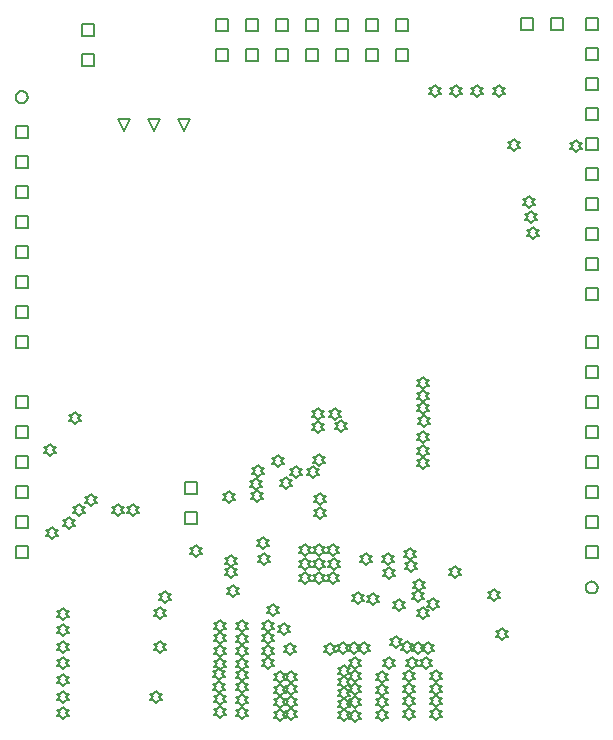
<source format=gbr>
%FSLAX44Y44*%
%MOMM*%
%SFA1B1*%

%IPPOS*%
%ADD132C,0.127000*%
%ADD133C,0.169300*%
G54D132*
X492519Y137919D02*
Y148079D01*
X502679*
Y137919*
X492519*
Y163319D02*
Y173479D01*
X502679*
Y163319*
X492519*
Y188719D02*
Y198879D01*
X502679*
Y188719*
X492519*
Y214119D02*
Y224279D01*
X502679*
Y214119*
X492519*
Y239519D02*
Y249679D01*
X502679*
Y239519*
X492519*
Y264919D02*
Y275079D01*
X502679*
Y264919*
X492519*
Y290319D02*
Y300479D01*
X502679*
Y290319*
X492519*
Y315719D02*
Y325879D01*
X502679*
Y315719*
X492519*
X437519Y584919D02*
Y595079D01*
X447679*
Y584919*
X437519*
X462919D02*
Y595079D01*
X473079*
Y584919*
X462919*
X492519Y407119D02*
Y417279D01*
X502679*
Y407119*
X492519*
Y584919D02*
Y595079D01*
X502679*
Y584919*
X492519*
Y559519D02*
Y569679D01*
X502679*
Y559519*
X492519*
Y534119D02*
Y544279D01*
X502679*
Y534119*
X492519*
Y508719D02*
Y518879D01*
X502679*
Y508719*
X492519*
Y483319D02*
Y493479D01*
X502679*
Y483319*
X492519*
Y457919D02*
Y468079D01*
X502679*
Y457919*
X492519*
Y432519D02*
Y442679D01*
X502679*
Y432519*
X492519*
Y381719D02*
Y391879D01*
X502679*
Y381719*
X492519*
Y356319D02*
Y366479D01*
X502679*
Y356319*
X492519*
X153419Y192419D02*
Y202579D01*
X163579*
Y192419*
X153419*
Y167019D02*
Y177179D01*
X163579*
Y167019*
X153419*
X65919Y554769D02*
Y564929D01*
X76079*
Y554769*
X65919*
Y580169D02*
Y590329D01*
X76079*
Y580169*
X65919*
X9919Y264919D02*
Y275079D01*
X20079*
Y264919*
X9919*
Y239519D02*
Y249679D01*
X20079*
Y239519*
X9919*
Y214119D02*
Y224279D01*
X20079*
Y214119*
X9919*
Y188719D02*
Y198879D01*
X20079*
Y188719*
X9919*
Y163319D02*
Y173479D01*
X20079*
Y163319*
X9919*
Y137919D02*
Y148079D01*
X20079*
Y137919*
X9919*
Y493519D02*
Y503679D01*
X20079*
Y493519*
X9919*
Y468119D02*
Y478279D01*
X20079*
Y468119*
X9919*
Y442719D02*
Y452879D01*
X20079*
Y442719*
X9919*
Y417319D02*
Y427479D01*
X20079*
Y417319*
X9919*
Y391919D02*
Y402079D01*
X20079*
Y391919*
X9919*
Y366519D02*
Y376679D01*
X20079*
Y366519*
X9919*
Y341119D02*
Y351279D01*
X20079*
Y341119*
X9919*
Y315719D02*
Y325879D01*
X20079*
Y315719*
X9919*
X179919Y558919D02*
Y569079D01*
X190079*
Y558919*
X179919*
Y584319D02*
Y594479D01*
X190079*
Y584319*
X179919*
X205319Y558919D02*
Y569079D01*
X215479*
Y558919*
X205319*
Y584319D02*
Y594479D01*
X215479*
Y584319*
X205319*
X230719Y558919D02*
Y569079D01*
X240879*
Y558919*
X230719*
Y584319D02*
Y594479D01*
X240879*
Y584319*
X230719*
X256119Y558919D02*
Y569079D01*
X266279*
Y558919*
X256119*
Y584319D02*
Y594479D01*
X266279*
Y584319*
X256119*
X281519Y558919D02*
Y569079D01*
X291679*
Y558919*
X281519*
Y584319D02*
Y594479D01*
X291679*
Y584319*
X281519*
X306919Y558919D02*
Y569079D01*
X317079*
Y558919*
X306919*
Y584319D02*
Y594479D01*
X317079*
Y584319*
X306919*
X332319Y558919D02*
Y569079D01*
X342479*
Y558919*
X332319*
Y584319D02*
Y594479D01*
X342479*
Y584319*
X332319*
X101499Y499419D02*
X96419Y509579D01*
X106579*
X101499Y499419*
X126899D02*
X121819Y509579D01*
X131979*
X126899Y499419*
X152299D02*
X147219Y509579D01*
X157379*
X152299Y499419*
X59999Y251419D02*
X62539Y253959D01*
X65079*
X62539Y256499*
X65079Y259039*
X62539*
X59999Y261579*
X57459Y259039*
X54919*
X57459Y256499*
X54919Y253959*
X57459*
X59999Y251419*
X38999Y224919D02*
X41539Y227459D01*
X44079*
X41539Y229999*
X44079Y232539*
X41539*
X38999Y235079*
X36459Y232539*
X33919*
X36459Y229999*
X33919Y227459*
X36459*
X38999Y224919*
X354999Y213919D02*
X357539Y216459D01*
X360079*
X357539Y218999*
X360079Y221539*
X357539*
X354999Y224079*
X352459Y221539*
X349919*
X352459Y218999*
X349919Y216459*
X352459*
X354999Y213919*
Y223919D02*
X357539Y226459D01*
X360079*
X357539Y228999*
X360079Y231539*
X357539*
X354999Y234079*
X352459Y231539*
X349919*
X352459Y228999*
X349919Y226459*
X352459*
X354999Y223919*
X355999Y248920D02*
X358539Y251460D01*
X361079*
X358539Y254000*
X361079Y256540*
X358539*
X355999Y259080*
X353459Y256540*
X350919*
X353459Y254000*
X350919Y251460*
X353459*
X355999Y248920*
X354999Y235919D02*
X357539Y238459D01*
X360079*
X357539Y240999*
X360079Y243539*
X357539*
X354999Y246079*
X352459Y243539*
X349919*
X352459Y240999*
X349919Y238459*
X352459*
X354999Y235919*
X364749Y528919D02*
X367289Y531459D01*
X369829*
X367289Y533999*
X369829Y536539*
X367289*
X364749Y539079*
X362209Y536539*
X359669*
X362209Y533999*
X359669Y531459*
X362209*
X364749Y528919*
X354999Y259919D02*
X357539Y262459D01*
X360079*
X357539Y264999*
X360079Y267539*
X357539*
X354999Y270079*
X352459Y267539*
X349919*
X352459Y264999*
X349919Y262459*
X352459*
X354999Y259919*
Y269919D02*
X357539Y272459D01*
X360079*
X357539Y274999*
X360079Y277539*
X357539*
X354999Y280079*
X352459Y277539*
X349919*
X352459Y274999*
X349919Y272459*
X352459*
X354999Y269919*
Y280919D02*
X357539Y283459D01*
X360079*
X357539Y285999*
X360079Y288539*
X357539*
X354999Y291079*
X352459Y288539*
X349919*
X352459Y285999*
X349919Y283459*
X352459*
X354999Y280919*
X418999Y528919D02*
X421539Y531459D01*
X424079*
X421539Y533999*
X424079Y536539*
X421539*
X418999Y539079*
X416459Y536539*
X413919*
X416459Y533999*
X413919Y531459*
X416459*
X418999Y528919*
X400916D02*
X403456Y531459D01*
X405996*
X403456Y533999*
X405996Y536539*
X403456*
X400916Y539079*
X398376Y536539*
X395836*
X398376Y533999*
X395836Y531459*
X398376*
X400916Y528919*
X382832D02*
X385372Y531459D01*
X387912*
X385372Y533999*
X387912Y536539*
X385372*
X382832Y539079*
X380292Y536539*
X377752*
X380292Y533999*
X377752Y531459*
X380292*
X382832Y528919*
X265999Y254919D02*
X268539Y257459D01*
X271079*
X268539Y259999*
X271079Y262539*
X268539*
X265999Y265079*
X263459Y262539*
X260919*
X263459Y259999*
X260919Y257459*
X263459*
X265999Y254919*
Y243919D02*
X268539Y246459D01*
X271079*
X268539Y248999*
X271079Y251539*
X268539*
X265999Y254079*
X263459Y251539*
X260919*
X263459Y248999*
X260919Y246459*
X263459*
X265999Y243919*
X108999Y173919D02*
X111539Y176459D01*
X114079*
X111539Y178999*
X114079Y181539*
X111539*
X108999Y184079*
X106459Y181539*
X103919*
X106459Y178999*
X103919Y176459*
X106459*
X108999Y173919*
X445999Y421919D02*
X448539Y424459D01*
X451079*
X448539Y426999*
X451079Y429539*
X448539*
X445999Y432079*
X443459Y429539*
X440919*
X443459Y426999*
X440919Y424459*
X443459*
X445999Y421919*
X447999Y407919D02*
X450539Y410459D01*
X453079*
X450539Y412999*
X453079Y415539*
X450539*
X447999Y418079*
X445459Y415539*
X442919*
X445459Y412999*
X442919Y410459*
X445459*
X447999Y407919*
X284999Y244919D02*
X287539Y247459D01*
X290079*
X287539Y249999*
X290079Y252539*
X287539*
X284999Y255079*
X282459Y252539*
X279919*
X282459Y249999*
X279919Y247459*
X282459*
X284999Y244919*
X279999Y254919D02*
X282539Y257459D01*
X285079*
X282539Y259999*
X285079Y262539*
X282539*
X279999Y265079*
X277459Y262539*
X274919*
X277459Y259999*
X274919Y257459*
X277459*
X279999Y254919*
X73999Y181919D02*
X76539Y184459D01*
X79079*
X76539Y186999*
X79079Y189539*
X76539*
X73999Y192079*
X71459Y189539*
X68919*
X71459Y186999*
X68919Y184459*
X71459*
X73999Y181919*
X63999Y173919D02*
X66539Y176459D01*
X69079*
X66539Y178999*
X69079Y181539*
X66539*
X63999Y184079*
X61459Y181539*
X58919*
X61459Y178999*
X58919Y176459*
X61459*
X63999Y173919*
X54999Y162919D02*
X57539Y165459D01*
X60079*
X57539Y167999*
X60079Y170539*
X57539*
X54999Y173079*
X52459Y170539*
X49919*
X52459Y167999*
X49919Y165459*
X52459*
X54999Y162919*
X49999Y85919D02*
X52539Y88459D01*
X55079*
X52539Y90999*
X55079Y93539*
X52539*
X49999Y96079*
X47459Y93539*
X44919*
X47459Y90999*
X44919Y88459*
X47459*
X49999Y85919*
Y71919D02*
X52539Y74459D01*
X55079*
X52539Y76999*
X55079Y79539*
X52539*
X49999Y82079*
X47459Y79539*
X44919*
X47459Y76999*
X44919Y74459*
X47459*
X49999Y71919*
X444999Y434919D02*
X447539Y437459D01*
X450079*
X447539Y439999*
X450079Y442539*
X447539*
X444999Y445079*
X442459Y442539*
X439919*
X442459Y439999*
X439919Y437459*
X442459*
X444999Y434919*
X49999Y58169D02*
X52539Y60709D01*
X55079*
X52539Y63249*
X55079Y65789*
X52539*
X49999Y68329*
X47459Y65789*
X44919*
X47459Y63249*
X44919Y60709*
X47459*
X49999Y58169*
X266999Y215919D02*
X269539Y218459D01*
X272079*
X269539Y220999*
X272079Y223539*
X269539*
X266999Y226079*
X264459Y223539*
X261919*
X264459Y220999*
X261919Y218459*
X264459*
X266999Y215919*
X96999Y173919D02*
X99539Y176459D01*
X102079*
X99539Y178999*
X102079Y181539*
X99539*
X96999Y184079*
X94459Y181539*
X91919*
X94459Y178999*
X91919Y176459*
X94459*
X96999Y173919*
X49999Y29919D02*
X52539Y32459D01*
X55079*
X52539Y34999*
X55079Y37539*
X52539*
X49999Y40079*
X47459Y37539*
X44919*
X47459Y34999*
X44919Y32459*
X47459*
X49999Y29919*
X483999Y481919D02*
X486539Y484459D01*
X489079*
X486539Y486999*
X489079Y489539*
X486539*
X483999Y492079*
X481459Y489539*
X478919*
X481459Y486999*
X478919Y484459*
X481459*
X483999Y481919*
X431999Y482919D02*
X434539Y485459D01*
X437079*
X434539Y487999*
X437079Y490539*
X434539*
X431999Y493079*
X429459Y490539*
X426919*
X429459Y487999*
X426919Y485459*
X429459*
X431999Y482919*
X299999Y98919D02*
X302539Y101459D01*
X305079*
X302539Y103999*
X305079Y106539*
X302539*
X299999Y109079*
X297459Y106539*
X294919*
X297459Y103999*
X294919Y101459*
X297459*
X299999Y98919*
X325124Y131919D02*
X327664Y134459D01*
X330204*
X327664Y136999*
X330204Y139539*
X327664*
X325124Y142079*
X322584Y139539*
X320044*
X322584Y136999*
X320044Y134459*
X322584*
X325124Y131919*
X261999Y205669D02*
X264539Y208209D01*
X267079*
X264539Y210749*
X267079Y213289*
X264539*
X261999Y215829*
X259459Y213289*
X256919*
X259459Y210749*
X256919Y208209*
X259459*
X261999Y205669*
X326249Y44419D02*
X328789Y46959D01*
X331329*
X328789Y49499*
X331329Y52039*
X328789*
X326249Y54579*
X323709Y52039*
X321169*
X323709Y49499*
X321169Y46959*
X323709*
X326249Y44419*
X341329Y57419D02*
X343869Y59959D01*
X346409*
X343869Y62499*
X346409Y65039*
X343869*
X341329Y67579*
X338789Y65039*
X336249*
X338789Y62499*
X336249Y59959*
X338789*
X341329Y57419*
X267249Y170919D02*
X269789Y173459D01*
X272329*
X269789Y175999*
X272329Y178539*
X269789*
X267249Y181079*
X264709Y178539*
X262169*
X264709Y175999*
X262169Y173459*
X264709*
X267249Y170919*
X231749Y215669D02*
X234289Y218209D01*
X236829*
X234289Y220749*
X236829Y223289*
X234289*
X231749Y225829*
X229209Y223289*
X226669*
X229209Y220749*
X226669Y218209*
X229209*
X231749Y215669*
X325749Y120419D02*
X328289Y122959D01*
X330829*
X328289Y125499*
X330829Y128039*
X328289*
X325749Y130579*
X323209Y128039*
X320669*
X323209Y125499*
X320669Y122959*
X323209*
X325749Y120419*
X344499Y126669D02*
X347039Y129209D01*
X349579*
X347039Y131749*
X349579Y134289*
X347039*
X344499Y136829*
X341959Y134289*
X339419*
X341959Y131749*
X339419Y129209*
X341959*
X344499Y126669*
X381749Y121419D02*
X384289Y123959D01*
X386829*
X384289Y126499*
X386829Y129039*
X384289*
X381749Y131579*
X379209Y129039*
X376669*
X379209Y126499*
X376669Y123959*
X379209*
X381749Y121419*
X213360Y195580D02*
X215900Y198120D01*
X218440*
X215900Y200660*
X218440Y203200*
X215900*
X213360Y205740*
X210820Y203200*
X208280*
X210820Y200660*
X208280Y198120*
X210820*
X213360Y195580*
X414749Y101919D02*
X417289Y104459D01*
X419829*
X417289Y106999*
X419829Y109539*
X417289*
X414749Y112079*
X412209Y109539*
X409669*
X412209Y106999*
X409669Y104459*
X412209*
X414749Y101919*
X194310Y105410D02*
X196850Y107950D01*
X199390*
X196850Y110490*
X199390Y113030*
X196850*
X194310Y115570*
X191770Y113030*
X189230*
X191770Y110490*
X189230Y107950*
X191770*
X194310Y105410*
X192499Y120919D02*
X195039Y123459D01*
X197579*
X195039Y125999*
X197579Y128539*
X195039*
X192499Y131079*
X189959Y128539*
X187419*
X189959Y125999*
X187419Y123459*
X189959*
X192499Y120919*
Y130919D02*
X195039Y133459D01*
X197579*
X195039Y135999*
X197579Y138539*
X195039*
X192499Y141079*
X189959Y138539*
X187419*
X189959Y135999*
X187419Y133459*
X189959*
X192499Y130919*
X219249Y145419D02*
X221789Y147959D01*
X224329*
X221789Y150499*
X224329Y153039*
X221789*
X219249Y155579*
X216709Y153039*
X214169*
X216709Y150499*
X214169Y147959*
X216709*
X219249Y145419*
X219999Y132169D02*
X222539Y134709D01*
X225079*
X222539Y137249*
X225079Y139789*
X222539*
X219999Y142329*
X217459Y139789*
X214919*
X217459Y137249*
X214919Y134709*
X217459*
X219999Y132169*
X227749Y89419D02*
X230289Y91959D01*
X232829*
X230289Y94499*
X232829Y97039*
X230289*
X227749Y99579*
X225209Y97039*
X222669*
X225209Y94499*
X222669Y91959*
X225209*
X227749Y89419*
X236749Y72669D02*
X239289Y75209D01*
X241829*
X239289Y77749*
X241829Y80289*
X239289*
X236749Y82829*
X234209Y80289*
X231669*
X234209Y77749*
X231669Y75209*
X234209*
X236749Y72669*
X286999Y57169D02*
X289539Y59709D01*
X292079*
X289539Y62249*
X292079Y64789*
X289539*
X286999Y67329*
X284459Y64789*
X281919*
X284459Y62249*
X281919Y59709*
X284459*
X286999Y57169*
X304999D02*
X307539Y59709D01*
X310079*
X307539Y62249*
X310079Y64789*
X307539*
X304999Y67329*
X302459Y64789*
X299919*
X302459Y62249*
X299919Y59709*
X302459*
X304999Y57169*
X296249D02*
X298789Y59709D01*
X301329*
X298789Y62249*
X301329Y64789*
X298789*
X296249Y67329*
X293709Y64789*
X291169*
X293709Y62249*
X291169Y59709*
X293709*
X296249Y57169*
X267999Y183419D02*
X270539Y185959D01*
X273079*
X270539Y188499*
X273079Y191039*
X270539*
X267999Y193579*
X265459Y191039*
X262919*
X265459Y188499*
X262919Y185959*
X265459*
X267999Y183419*
X242499Y56169D02*
X245039Y58709D01*
X247579*
X245039Y61249*
X247579Y63789*
X245039*
X242499Y66329*
X239959Y63789*
X237419*
X239959Y61249*
X237419Y58709*
X239959*
X242499Y56169*
X275999D02*
X278539Y58709D01*
X281079*
X278539Y61249*
X281079Y63789*
X278539*
X275999Y66329*
X273459Y63789*
X270919*
X273459Y61249*
X270919Y58709*
X273459*
X275999Y56169*
X306999Y132419D02*
X309539Y134959D01*
X312079*
X309539Y137499*
X312079Y140039*
X309539*
X306999Y142579*
X304459Y140039*
X301919*
X304459Y137499*
X301919Y134959*
X304459*
X306999Y132419*
X319999Y11086D02*
X322539Y13626D01*
X325079*
X322539Y16166*
X325079Y18706*
X322539*
X319999Y21246*
X317459Y18706*
X314919*
X317459Y16166*
X314919Y13626*
X317459*
X319999Y11086*
Y419D02*
X322539Y2959D01*
X325079*
X322539Y5499*
X325079Y8039*
X322539*
X319999Y10579*
X317459Y8039*
X314919*
X317459Y5499*
X314919Y2959*
X317459*
X319999Y419*
Y21752D02*
X322539Y24292D01*
X325079*
X322539Y26832*
X325079Y29372*
X322539*
X319999Y31912*
X317459Y29372*
X314919*
X317459Y26832*
X314919Y24292*
X317459*
X319999Y21752*
X342749Y11836D02*
X345289Y14376D01*
X347829*
X345289Y16916*
X347829Y19456*
X345289*
X342749Y21996*
X340209Y19456*
X337669*
X340209Y16916*
X337669Y14376*
X340209*
X342749Y11836*
X365499Y1169D02*
X368039Y3709D01*
X370579*
X368039Y6249*
X370579Y8789*
X368039*
X365499Y11329*
X362959Y8789*
X360419*
X362959Y6249*
X360419Y3709*
X362959*
X365499Y1169*
X345819Y44419D02*
X348359Y46959D01*
X350899*
X348359Y49499*
X350899Y52039*
X348359*
X345819Y54579*
X343279Y52039*
X340739*
X343279Y49499*
X340739Y46959*
X343279*
X345819Y44419*
X356999D02*
X359539Y46959D01*
X362079*
X359539Y49499*
X362079Y52039*
X359539*
X356999Y54579*
X354459Y52039*
X351919*
X354459Y49499*
X351919Y46959*
X354459*
X356999Y44419*
X201499Y12836D02*
X204039Y15376D01*
X206579*
X204039Y17916*
X206579Y20456*
X204039*
X201499Y22996*
X198959Y20456*
X196419*
X198959Y17916*
X196419Y15376*
X198959*
X201499Y12836*
Y2169D02*
X204039Y4709D01*
X206579*
X204039Y7249*
X206579Y9789*
X204039*
X201499Y12329*
X198959Y9789*
X196419*
X198959Y7249*
X196419Y4709*
X198959*
X201499Y2169*
X201249Y23502D02*
X203789Y26042D01*
X206329*
X203789Y28582*
X206329Y31122*
X203789*
X201249Y33662*
X198709Y31122*
X196169*
X198709Y28582*
X196169Y26042*
X198709*
X201249Y23502*
Y34169D02*
X203789Y36709D01*
X206329*
X203789Y39249*
X206329Y41789*
X203789*
X201249Y44329*
X198709Y41789*
X196169*
X198709Y39249*
X196169Y36709*
X198709*
X201249Y34169*
X182749Y13336D02*
X185289Y15876D01*
X187829*
X185289Y18416*
X187829Y20956*
X185289*
X182749Y23496*
X180209Y20956*
X177669*
X180209Y18416*
X177669Y15876*
X180209*
X182749Y13336*
Y2669D02*
X185289Y5209D01*
X187829*
X185289Y7749*
X187829Y10289*
X185289*
X182749Y12829*
X180209Y10289*
X177669*
X180209Y7749*
X177669Y5209*
X180209*
X182749Y2669*
X182499Y24003D02*
X185039Y26543D01*
X187579*
X185039Y29083*
X187579Y31623*
X185039*
X182499Y34163*
X179959Y31623*
X177419*
X179959Y29083*
X177419Y26543*
X179959*
X182499Y24003*
Y34669D02*
X185039Y37209D01*
X187579*
X185039Y39749*
X187579Y42289*
X185039*
X182499Y44829*
X179959Y42289*
X177419*
X179959Y39749*
X177419Y37209*
X179959*
X182499Y34669*
X183249Y54336D02*
X185789Y56876D01*
X188329*
X185789Y59416*
X188329Y61956*
X185789*
X183249Y64496*
X180709Y61956*
X178169*
X180709Y59416*
X178169Y56876*
X180709*
X183249Y54336*
Y43669D02*
X185789Y46209D01*
X188329*
X185789Y48749*
X188329Y51289*
X185789*
X183249Y53829*
X180709Y51289*
X178169*
X180709Y48749*
X178169Y46209*
X180709*
X183249Y43669*
X182999Y65002D02*
X185539Y67542D01*
X188079*
X185539Y70082*
X188079Y72622*
X185539*
X182999Y75162*
X180459Y72622*
X177919*
X180459Y70082*
X177919Y67542*
X180459*
X182999Y65002*
Y75669D02*
X185539Y78209D01*
X188079*
X185539Y80749*
X188079Y83289*
X185539*
X182999Y85829*
X180459Y83289*
X177919*
X180459Y80749*
X177919Y78209*
X180459*
X182999Y75669*
X201749Y54086D02*
X204289Y56626D01*
X206829*
X204289Y59166*
X206829Y61706*
X204289*
X201749Y64246*
X199209Y61706*
X196669*
X199209Y59166*
X196669Y56626*
X199209*
X201749Y54086*
Y43419D02*
X204289Y45959D01*
X206829*
X204289Y48499*
X206829Y51039*
X204289*
X201749Y53579*
X199209Y51039*
X196669*
X199209Y48499*
X196669Y45959*
X199209*
X201749Y43419*
X201499Y64752D02*
X204039Y67292D01*
X206579*
X204039Y69832*
X206579Y72372*
X204039*
X201499Y74912*
X198959Y72372*
X196419*
X198959Y69832*
X196419Y67292*
X198959*
X201499Y64752*
Y75419D02*
X204039Y77959D01*
X206579*
X204039Y80499*
X206579Y83039*
X204039*
X201499Y85579*
X198959Y83039*
X196419*
X198959Y80499*
X196419Y77959*
X198959*
X201499Y75419*
X223999Y54586D02*
X226539Y57126D01*
X229079*
X226539Y59666*
X229079Y62206*
X226539*
X223999Y64746*
X221459Y62206*
X218919*
X221459Y59666*
X218919Y57126*
X221459*
X223999Y54586*
Y43919D02*
X226539Y46459D01*
X229079*
X226539Y48999*
X229079Y51539*
X226539*
X223999Y54079*
X221459Y51539*
X218919*
X221459Y48999*
X218919Y46459*
X221459*
X223999Y43919*
X223749Y65252D02*
X226289Y67792D01*
X228829*
X226289Y70332*
X228829Y72872*
X226289*
X223749Y75412*
X221209Y72872*
X218669*
X221209Y70332*
X218669Y67792*
X221209*
X223749Y65252*
Y75919D02*
X226289Y78459D01*
X228829*
X226289Y80999*
X228829Y83539*
X226289*
X223749Y86079*
X221209Y83539*
X218669*
X221209Y80999*
X218669Y78459*
X221209*
X223749Y75919*
X365499Y22502D02*
X368039Y25042D01*
X370579*
X368039Y27582*
X370579Y30122*
X368039*
X365499Y32662*
X362959Y30122*
X360419*
X362959Y27582*
X360419Y25042*
X362959*
X365499Y22502*
X342749D02*
X345289Y25042D01*
X347829*
X345289Y27582*
X347829Y30122*
X345289*
X342749Y32662*
X340209Y30122*
X337669*
X340209Y27582*
X337669Y25042*
X340209*
X342749Y22502*
Y33169D02*
X345289Y35709D01*
X347829*
X345289Y38249*
X347829Y40789*
X345289*
X342749Y43329*
X340209Y40789*
X337669*
X340209Y38249*
X337669Y35709*
X340209*
X342749Y33169*
X365499D02*
X368039Y35709D01*
X370579*
X368039Y38249*
X370579Y40789*
X368039*
X365499Y43329*
X362959Y40789*
X360419*
X362959Y38249*
X360419Y35709*
X362959*
X365499Y33169*
X342749Y1169D02*
X345289Y3709D01*
X347829*
X345289Y6249*
X347829Y8789*
X345289*
X342749Y11329*
X340209Y8789*
X337669*
X340209Y6249*
X337669Y3709*
X340209*
X342749Y1169*
X365499Y11836D02*
X368039Y14376D01*
X370579*
X368039Y16916*
X370579Y19456*
X368039*
X365499Y21996*
X362959Y19456*
X360419*
X362959Y16916*
X360419Y14376*
X362959*
X365499Y11836*
X319999Y32419D02*
X322539Y34959D01*
X325079*
X322539Y37499*
X325079Y40039*
X322539*
X319999Y42579*
X317459Y40039*
X314919*
X317459Y37499*
X314919Y34959*
X317459*
X319999Y32419*
X49999Y15669D02*
X52539Y18209D01*
X55079*
X52539Y20749*
X55079Y23289*
X52539*
X49999Y25829*
X47459Y23289*
X44919*
X47459Y20749*
X44919Y18209*
X47459*
X49999Y15669*
X50249Y1919D02*
X52789Y4459D01*
X55329*
X52789Y6999*
X55329Y9539*
X52789*
X50249Y12079*
X47709Y9539*
X45169*
X47709Y6999*
X45169Y4459*
X47709*
X50249Y1919*
X49999Y44419D02*
X52539Y46959D01*
X55079*
X52539Y49499*
X55079Y52039*
X52539*
X49999Y54579*
X47459Y52039*
X44919*
X47459Y49499*
X44919Y46959*
X47459*
X49999Y44419*
X128749Y15669D02*
X131289Y18209D01*
X133829*
X131289Y20749*
X133829Y23289*
X131289*
X128749Y25829*
X126209Y23289*
X123669*
X126209Y20749*
X123669Y18209*
X126209*
X128749Y15669*
X40999Y154419D02*
X43539Y156959D01*
X46079*
X43539Y159499*
X46079Y162039*
X43539*
X40999Y164579*
X38459Y162039*
X35919*
X38459Y159499*
X35919Y156959*
X38459*
X40999Y154419*
X214630Y185420D02*
X217170Y187960D01*
X219710*
X217170Y190500*
X219710Y193040*
X217170*
X214630Y195580*
X212090Y193040*
X209550*
X212090Y190500*
X209550Y187960*
X212090*
X214630Y185420*
X247650Y205740D02*
X250190Y208280D01*
X252730*
X250190Y210820*
X252730Y213360*
X250190*
X247650Y215900*
X245110Y213360*
X242570*
X245110Y210820*
X242570Y208280*
X245110*
X247650Y205740*
X350329Y57169D02*
X352869Y59709D01*
X355409*
X352869Y62249*
X355409Y64789*
X352869*
X350329Y67329*
X347789Y64789*
X345249*
X347789Y62249*
X345249Y59709*
X347789*
X350329Y57169*
X359079Y56919D02*
X361619Y59459D01*
X364159*
X361619Y61999*
X364159Y64539*
X361619*
X359079Y67079*
X356539Y64539*
X353999*
X356539Y61999*
X353999Y59459*
X356539*
X359079Y56919*
X354999Y86169D02*
X357539Y88709D01*
X360079*
X357539Y91249*
X360079Y93789*
X357539*
X354999Y96329*
X352459Y93789*
X349919*
X352459Y91249*
X349919Y88709*
X352459*
X354999Y86169*
X312249Y98169D02*
X314789Y100709D01*
X317329*
X314789Y103249*
X317329Y105789*
X314789*
X312249Y108329*
X309709Y105789*
X307169*
X309709Y103249*
X307169Y100709*
X309709*
X312249Y98169*
X350759Y101059D02*
X353299Y103599D01*
X355839*
X353299Y106139*
X355839Y108679*
X353299*
X350759Y111219*
X348219Y108679*
X345679*
X348219Y106139*
X345679Y103599*
X348219*
X350759Y101059*
X334249Y92919D02*
X336789Y95459D01*
X339329*
X336789Y97999*
X339329Y100539*
X336789*
X334249Y103079*
X331709Y100539*
X329169*
X331709Y97999*
X329169Y95459*
X331709*
X334249Y92919*
X421999Y68669D02*
X424539Y71209D01*
X427079*
X424539Y73749*
X427079Y76289*
X424539*
X421999Y78829*
X419459Y76289*
X416919*
X419459Y73749*
X416919Y71209*
X419459*
X421999Y68669*
X331999Y61919D02*
X334539Y64459D01*
X337079*
X334539Y66999*
X337079Y69539*
X334539*
X331999Y72079*
X329459Y69539*
X326919*
X329459Y66999*
X326919Y64459*
X329459*
X331999Y61919*
X287999Y37169D02*
X290539Y39709D01*
X293079*
X290539Y42249*
X293079Y44789*
X290539*
X287999Y47329*
X285459Y44789*
X282919*
X285459Y42249*
X282919Y39709*
X285459*
X287999Y37169*
Y27919D02*
X290539Y30459D01*
X293079*
X290539Y32999*
X293079Y35539*
X290539*
X287999Y38079*
X285459Y35539*
X282919*
X285459Y32999*
X282919Y30459*
X285459*
X287999Y27919*
Y9169D02*
X290539Y11709D01*
X293079*
X290539Y14249*
X293079Y16789*
X290539*
X287999Y19329*
X285459Y16789*
X282919*
X285459Y14249*
X282919Y11709*
X285459*
X287999Y9169*
Y-79D02*
X290539Y2459D01*
X293079*
X290539Y4999*
X293079Y7539*
X290539*
X287999Y10079*
X285459Y7539*
X282919*
X285459Y4999*
X282919Y2459*
X285459*
X287999Y-79*
Y18419D02*
X290539Y20959D01*
X293079*
X290539Y23499*
X293079Y26039*
X290539*
X287999Y28579*
X285459Y26039*
X282919*
X285459Y23499*
X282919Y20959*
X285459*
X287999Y18419*
X297249Y-329D02*
X299789Y2209D01*
X302329*
X299789Y4749*
X302329Y7289*
X299789*
X297249Y9829*
X294709Y7289*
X292169*
X294709Y4749*
X292169Y2209*
X294709*
X297249Y-329*
Y10919D02*
X299789Y13459D01*
X302329*
X299789Y15999*
X302329Y18539*
X299789*
X297249Y21079*
X294709Y18539*
X292169*
X294709Y15999*
X292169Y13459*
X294709*
X297249Y10919*
Y21919D02*
X299789Y24459D01*
X302329*
X299789Y26999*
X302329Y29539*
X299789*
X297249Y32079*
X294709Y29539*
X292169*
X294709Y26999*
X292169Y24459*
X294709*
X297249Y21919*
Y33169D02*
X299789Y35709D01*
X302329*
X299789Y38249*
X302329Y40789*
X299789*
X297249Y43329*
X294709Y40789*
X292169*
X294709Y38249*
X292169Y35709*
X294709*
X297249Y33169*
Y44419D02*
X299789Y46959D01*
X302329*
X299789Y49499*
X302329Y52039*
X299789*
X297249Y54579*
X294709Y52039*
X292169*
X294709Y49499*
X292169Y46959*
X294709*
X297249Y44419*
X233499Y32419D02*
X236039Y34959D01*
X238579*
X236039Y37499*
X238579Y40039*
X236039*
X233499Y42579*
X230959Y40039*
X228419*
X230959Y37499*
X228419Y34959*
X230959*
X233499Y32419*
X243249Y32669D02*
X245789Y35209D01*
X248329*
X245789Y37749*
X248329Y40289*
X245789*
X243249Y42829*
X240709Y40289*
X238169*
X240709Y37749*
X238169Y35209*
X240709*
X243249Y32669*
Y21919D02*
X245789Y24459D01*
X248329*
X245789Y26999*
X248329Y29539*
X245789*
X243249Y32079*
X240709Y29539*
X238169*
X240709Y26999*
X238169Y24459*
X240709*
X243249Y21919*
X233499Y21669D02*
X236039Y24209D01*
X238579*
X236039Y26749*
X238579Y29289*
X236039*
X233499Y31829*
X230959Y29289*
X228419*
X230959Y26749*
X228419Y24209*
X230959*
X233499Y21669*
X233749Y11169D02*
X236289Y13709D01*
X238829*
X236289Y16249*
X238829Y18789*
X236289*
X233749Y21329*
X231209Y18789*
X228669*
X231209Y16249*
X228669Y13709*
X231209*
X233749Y11169*
X243499Y11419D02*
X246039Y13959D01*
X248579*
X246039Y16499*
X248579Y19039*
X246039*
X243499Y21579*
X240959Y19039*
X238419*
X240959Y16499*
X238419Y13959*
X240959*
X243499Y11419*
X233749Y419D02*
X236289Y2959D01*
X238829*
X236289Y5499*
X238829Y8039*
X236289*
X233749Y10579*
X231209Y8039*
X228669*
X231209Y5499*
X228669Y2959*
X231209*
X233749Y419*
X243499Y669D02*
X246039Y3209D01*
X248579*
X246039Y5749*
X248579Y8289*
X246039*
X243499Y10829*
X240959Y8289*
X238419*
X240959Y5749*
X238419Y3209*
X240959*
X243499Y669*
X214789Y207169D02*
X217329Y209709D01*
X219869*
X217329Y212249*
X219869Y214789*
X217329*
X214789Y217329*
X212249Y214789*
X209709*
X212249Y212249*
X209709Y209709*
X212249*
X214789Y207169*
X131749Y86169D02*
X134289Y88709D01*
X136829*
X134289Y91249*
X136829Y93789*
X134289*
X131749Y96329*
X129209Y93789*
X126669*
X129209Y91249*
X126669Y88709*
X129209*
X131749Y86169*
Y57919D02*
X134289Y60459D01*
X136829*
X134289Y62999*
X136829Y65539*
X134289*
X131749Y68079*
X129209Y65539*
X126669*
X129209Y62999*
X126669Y60459*
X129209*
X131749Y57919*
X162749Y138669D02*
X165289Y141209D01*
X167829*
X165289Y143749*
X167829Y146289*
X165289*
X162749Y148829*
X160209Y146289*
X157669*
X160209Y143749*
X157669Y141209*
X160209*
X162749Y138669*
X136750Y99918D02*
X139290Y102458D01*
X141830*
X139290Y104998*
X141830Y107538*
X139290*
X136750Y110078*
X134210Y107538*
X131670*
X134210Y104998*
X131670Y102458*
X134210*
X136750Y99918*
X344249Y136919D02*
X346789Y139459D01*
X349329*
X346789Y141999*
X349329Y144539*
X346789*
X344249Y147079*
X341709Y144539*
X339169*
X341709Y141999*
X339169Y139459*
X341709*
X344249Y136919*
X351749Y109919D02*
X354289Y112459D01*
X356829*
X354289Y114999*
X356829Y117539*
X354289*
X351749Y120079*
X349209Y117539*
X346669*
X349209Y114999*
X346669Y112459*
X349209*
X351749Y109919*
X238999Y196919D02*
X241539Y199459D01*
X244079*
X241539Y201999*
X244079Y204539*
X241539*
X238999Y207079*
X236459Y204539*
X233919*
X236459Y201999*
X233919Y199459*
X236459*
X238999Y196919*
X190749Y184419D02*
X193289Y186959D01*
X195829*
X193289Y189499*
X195829Y192039*
X193289*
X190749Y194579*
X188209Y192039*
X185669*
X188209Y189499*
X185669Y186959*
X188209*
X190749Y184419*
X362999Y94419D02*
X365539Y96959D01*
X368079*
X365539Y99499*
X368079Y102039*
X365539*
X362999Y104579*
X360459Y102039*
X357919*
X360459Y99499*
X357919Y96959*
X360459*
X362999Y94419*
X254749Y127919D02*
X257289Y130459D01*
X259829*
X257289Y132999*
X259829Y135539*
X257289*
X254749Y138079*
X252209Y135539*
X249669*
X252209Y132999*
X249669Y130459*
X252209*
X254749Y127919*
X266749Y139919D02*
X269289Y142459D01*
X271829*
X269289Y144999*
X271829Y147539*
X269289*
X266749Y150079*
X264209Y147539*
X261669*
X264209Y144999*
X261669Y142459*
X264209*
X266749Y139919*
X278749D02*
X281289Y142459D01*
X283829*
X281289Y144999*
X283829Y147539*
X281289*
X278749Y150079*
X276209Y147539*
X273669*
X276209Y144999*
X273669Y142459*
X276209*
X278749Y139919*
X266749Y127919D02*
X269289Y130459D01*
X271829*
X269289Y132999*
X271829Y135539*
X269289*
X266749Y138079*
X264209Y135539*
X261669*
X264209Y132999*
X261669Y130459*
X264209*
X266749Y127919*
X254749Y139919D02*
X257289Y142459D01*
X259829*
X257289Y144999*
X259829Y147539*
X257289*
X254749Y150079*
X252209Y147539*
X249669*
X252209Y144999*
X249669Y142459*
X252209*
X254749Y139919*
X279749Y127919D02*
X282289Y130459D01*
X284829*
X282289Y132999*
X284829Y135539*
X282289*
X279749Y138079*
X277209Y135539*
X274669*
X277209Y132999*
X274669Y130459*
X277209*
X279749Y127919*
X278749Y115919D02*
X281289Y118459D01*
X283829*
X281289Y120999*
X283829Y123539*
X281289*
X278749Y126079*
X276209Y123539*
X273669*
X276209Y120999*
X273669Y118459*
X276209*
X278749Y115919*
X254749D02*
X257289Y118459D01*
X259829*
X257289Y120999*
X259829Y123539*
X257289*
X254749Y126079*
X252209Y123539*
X249669*
X252209Y120999*
X249669Y118459*
X252209*
X254749Y115919*
X266749D02*
X269289Y118459D01*
X271829*
X269289Y120999*
X271829Y123539*
X269289*
X266749Y126079*
X264209Y123539*
X261669*
X264209Y120999*
X261669Y118459*
X264209*
X266749Y115919*
G54D133*
X502679Y113249D02*
D01*
X502667Y113604*
X502630Y113956*
X502568Y114306*
X502483Y114650*
X502373Y114987*
X502240Y115316*
X502085Y115634*
X501908Y115941*
X501709Y116235*
X501491Y116515*
X501254Y116778*
X500998Y117025*
X500727Y117253*
X500440Y117461*
X500139Y117649*
X499826Y117815*
X499502Y117959*
X499169Y118081*
X498828Y118179*
X498482Y118252*
X498130Y118302*
X497777Y118326*
X497422*
X497068Y118302*
X496717Y118252*
X496370Y118179*
X496029Y118081*
X495696Y117959*
X495372Y117815*
X495059Y117649*
X494759Y117461*
X494472Y117253*
X494200Y117025*
X493945Y116778*
X493708Y116515*
X493489Y116235*
X493291Y115941*
X493114Y115634*
X492959Y115316*
X492826Y114987*
X492716Y114650*
X492630Y114306*
X492569Y113956*
X492532Y113604*
X492519Y113249*
X492532Y112895*
X492569Y112542*
X492630Y112193*
X492716Y111849*
X492826Y111512*
X492959Y111183*
X493114Y110864*
X493291Y110557*
X493489Y110263*
X493708Y109984*
X493945Y109720*
X494200Y109474*
X494472Y109246*
X494759Y109038*
X495059Y108850*
X495372Y108684*
X495696Y108539*
X496029Y108418*
X496370Y108320*
X496717Y108246*
X497068Y108197*
X497422Y108173*
X497777*
X498130Y108197*
X498482Y108246*
X498828Y108320*
X499169Y108418*
X499502Y108539*
X499826Y108684*
X500139Y108850*
X500440Y109038*
X500727Y109246*
X500998Y109474*
X501254Y109720*
X501491Y109984*
X501709Y110263*
X501908Y110557*
X502085Y110864*
X502240Y111183*
X502373Y111512*
X502483Y111849*
X502568Y112193*
X502630Y112542*
X502667Y112895*
X502679Y113249*
X20079Y528499D02*
D01*
X20067Y528854*
X20030Y529206*
X19968Y529555*
X19883Y529900*
X19773Y530237*
X19640Y530566*
X19485Y530884*
X19308Y531191*
X19109Y531485*
X18891Y531765*
X18654Y532028*
X18398Y532275*
X18127Y532502*
X17840Y532711*
X17539Y532899*
X17226Y533065*
X16902Y533210*
X16569Y533331*
X16228Y533428*
X15882Y533502*
X15530Y533552*
X15177Y533576*
X14822*
X14468Y533552*
X14117Y533502*
X13770Y533428*
X13429Y533331*
X13096Y533210*
X12772Y533065*
X12459Y532899*
X12159Y532711*
X11872Y532502*
X11600Y532275*
X11345Y532028*
X11108Y531765*
X10889Y531485*
X10691Y531191*
X10514Y530884*
X10359Y530566*
X10226Y530237*
X10116Y529900*
X10030Y529555*
X9969Y529206*
X9932Y528854*
X9919Y528499*
X9932Y528145*
X9969Y527792*
X10030Y527443*
X10116Y527099*
X10226Y526762*
X10359Y526433*
X10514Y526115*
X10691Y525807*
X10889Y525513*
X11108Y525234*
X11345Y524971*
X11600Y524724*
X11872Y524496*
X12159Y524288*
X12459Y524100*
X12772Y523933*
X13096Y523789*
X13429Y523668*
X13770Y523570*
X14117Y523497*
X14468Y523447*
X14822Y523422*
X15177*
X15530Y523447*
X15882Y523497*
X16228Y523570*
X16569Y523668*
X16902Y523789*
X17226Y523933*
X17539Y524100*
X17840Y524288*
X18127Y524496*
X18398Y524724*
X18654Y524971*
X18891Y525234*
X19109Y525513*
X19308Y525807*
X19485Y526115*
X19640Y526433*
X19773Y526762*
X19883Y527099*
X19968Y527443*
X20030Y527792*
X20067Y528145*
X20079Y528499*
M02*
</source>
